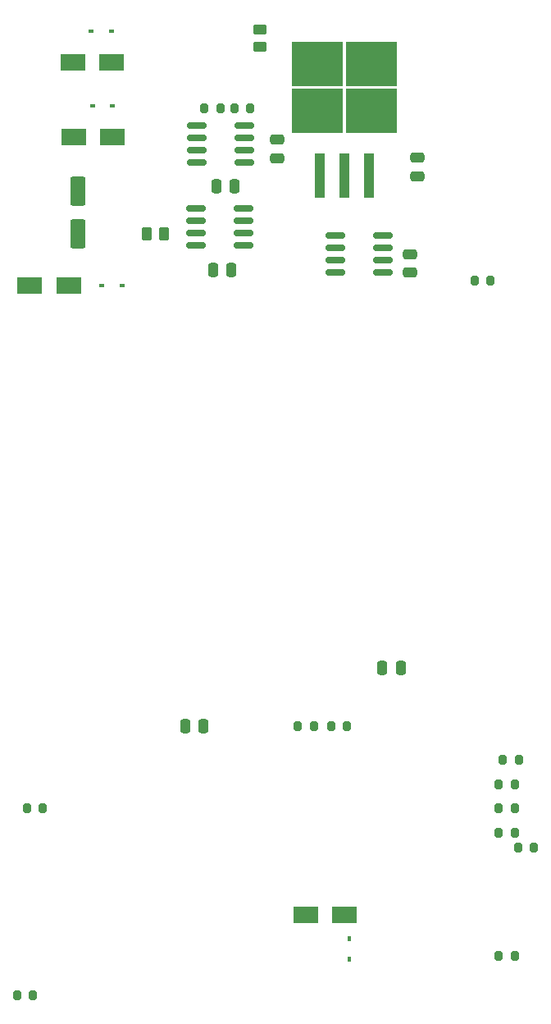
<source format=gbr>
%TF.GenerationSoftware,KiCad,Pcbnew,(6.0.7-1)-1*%
%TF.CreationDate,2022-08-23T13:11:12-05:00*%
%TF.ProjectId,NR1B-ST56,4e523142-2d53-4543-9536-2e6b69636164,rev?*%
%TF.SameCoordinates,Original*%
%TF.FileFunction,Paste,Top*%
%TF.FilePolarity,Positive*%
%FSLAX46Y46*%
G04 Gerber Fmt 4.6, Leading zero omitted, Abs format (unit mm)*
G04 Created by KiCad (PCBNEW (6.0.7-1)-1) date 2022-08-23 13:11:12*
%MOMM*%
%LPD*%
G01*
G04 APERTURE LIST*
G04 Aperture macros list*
%AMRoundRect*
0 Rectangle with rounded corners*
0 $1 Rounding radius*
0 $2 $3 $4 $5 $6 $7 $8 $9 X,Y pos of 4 corners*
0 Add a 4 corners polygon primitive as box body*
4,1,4,$2,$3,$4,$5,$6,$7,$8,$9,$2,$3,0*
0 Add four circle primitives for the rounded corners*
1,1,$1+$1,$2,$3*
1,1,$1+$1,$4,$5*
1,1,$1+$1,$6,$7*
1,1,$1+$1,$8,$9*
0 Add four rect primitives between the rounded corners*
20,1,$1+$1,$2,$3,$4,$5,0*
20,1,$1+$1,$4,$5,$6,$7,0*
20,1,$1+$1,$6,$7,$8,$9,0*
20,1,$1+$1,$8,$9,$2,$3,0*%
G04 Aperture macros list end*
%ADD10RoundRect,0.150000X-0.825000X-0.150000X0.825000X-0.150000X0.825000X0.150000X-0.825000X0.150000X0*%
%ADD11RoundRect,0.200000X-0.200000X-0.275000X0.200000X-0.275000X0.200000X0.275000X-0.200000X0.275000X0*%
%ADD12RoundRect,0.250000X-0.450000X0.262500X-0.450000X-0.262500X0.450000X-0.262500X0.450000X0.262500X0*%
%ADD13RoundRect,0.250000X0.250000X0.475000X-0.250000X0.475000X-0.250000X-0.475000X0.250000X-0.475000X0*%
%ADD14RoundRect,0.250000X-0.250000X-0.475000X0.250000X-0.475000X0.250000X0.475000X-0.250000X0.475000X0*%
%ADD15RoundRect,0.200000X0.200000X0.275000X-0.200000X0.275000X-0.200000X-0.275000X0.200000X-0.275000X0*%
%ADD16R,0.600000X0.450000*%
%ADD17R,5.250000X4.550000*%
%ADD18R,1.100000X4.600000*%
%ADD19R,2.500000X1.800000*%
%ADD20RoundRect,0.250000X0.475000X-0.250000X0.475000X0.250000X-0.475000X0.250000X-0.475000X-0.250000X0*%
%ADD21R,0.450000X0.600000*%
%ADD22RoundRect,0.250000X0.550000X-1.250000X0.550000X1.250000X-0.550000X1.250000X-0.550000X-1.250000X0*%
%ADD23RoundRect,0.250000X0.262500X0.450000X-0.262500X0.450000X-0.262500X-0.450000X0.262500X-0.450000X0*%
G04 APERTURE END LIST*
D10*
%TO.C,U3*%
X192150000Y-115060000D03*
X192150000Y-116330000D03*
X192150000Y-117600000D03*
X192150000Y-118870000D03*
X197100000Y-118870000D03*
X197100000Y-117600000D03*
X197100000Y-116330000D03*
X197100000Y-115060000D03*
%TD*%
D11*
%TO.C,R6*%
X196125000Y-104750000D03*
X197775000Y-104750000D03*
%TD*%
D12*
%TO.C,R5*%
X198750000Y-96587500D03*
X198750000Y-98412500D03*
%TD*%
D13*
%TO.C,C2*%
X192950000Y-168500000D03*
X191050000Y-168500000D03*
%TD*%
D14*
%TO.C,C1*%
X211400000Y-162500000D03*
X213300000Y-162500000D03*
%TD*%
D11*
%TO.C,R2*%
X206087500Y-168500000D03*
X207737500Y-168500000D03*
%TD*%
D10*
%TO.C,U5*%
X192225000Y-106495000D03*
X192225000Y-107765000D03*
X192225000Y-109035000D03*
X192225000Y-110305000D03*
X197175000Y-110305000D03*
X197175000Y-109035000D03*
X197175000Y-107765000D03*
X197175000Y-106495000D03*
%TD*%
D11*
%TO.C,R10*%
X223425000Y-179500000D03*
X225075000Y-179500000D03*
%TD*%
D15*
%TO.C,R13*%
X222575000Y-122500000D03*
X220925000Y-122500000D03*
%TD*%
D10*
%TO.C,U2*%
X206525000Y-117845000D03*
X206525000Y-119115000D03*
X206525000Y-120385000D03*
X206525000Y-121655000D03*
X211475000Y-121655000D03*
X211475000Y-120385000D03*
X211475000Y-119115000D03*
X211475000Y-117845000D03*
%TD*%
D16*
%TO.C,D8*%
X183400000Y-96800000D03*
X181300000Y-96800000D03*
%TD*%
D17*
%TO.C,U4*%
X204700000Y-105000000D03*
X204700000Y-100150000D03*
X210250000Y-100150000D03*
X210250000Y-105000000D03*
D18*
X204935000Y-111725000D03*
X207475000Y-111725000D03*
X210015000Y-111725000D03*
%TD*%
D19*
%TO.C,D9*%
X179500000Y-107750000D03*
X183500000Y-107750000D03*
%TD*%
D16*
%TO.C,D4*%
X182450000Y-123000000D03*
X184550000Y-123000000D03*
%TD*%
D13*
%TO.C,C8*%
X196150000Y-112800000D03*
X194250000Y-112800000D03*
%TD*%
D20*
%TO.C,C7*%
X215000000Y-111750000D03*
X215000000Y-109850000D03*
%TD*%
D21*
%TO.C,D6*%
X208000000Y-190450000D03*
X208000000Y-192550000D03*
%TD*%
D19*
%TO.C,D3*%
X179000000Y-123000000D03*
X175000000Y-123000000D03*
%TD*%
D22*
%TO.C,C5*%
X180000000Y-117700000D03*
X180000000Y-113300000D03*
%TD*%
D15*
%TO.C,R11*%
X225075000Y-174500000D03*
X223425000Y-174500000D03*
%TD*%
D19*
%TO.C,D7*%
X183450000Y-100050000D03*
X179450000Y-100050000D03*
%TD*%
D16*
%TO.C,D10*%
X181450000Y-104500000D03*
X183550000Y-104500000D03*
%TD*%
D15*
%TO.C,R9*%
X225500000Y-172000000D03*
X223850000Y-172000000D03*
%TD*%
D11*
%TO.C,R1*%
X202675000Y-168500000D03*
X204325000Y-168500000D03*
%TD*%
D19*
%TO.C,D5*%
X207500000Y-188000000D03*
X203500000Y-188000000D03*
%TD*%
D15*
%TO.C,R14*%
X175325000Y-196250000D03*
X173675000Y-196250000D03*
%TD*%
%TO.C,R7*%
X194675000Y-104750000D03*
X193025000Y-104750000D03*
%TD*%
%TO.C,R3*%
X176324999Y-177000001D03*
X174674999Y-177000001D03*
%TD*%
D13*
%TO.C,C4*%
X195800000Y-121400000D03*
X193900000Y-121400000D03*
%TD*%
D11*
%TO.C,R12*%
X223425000Y-177000000D03*
X225075000Y-177000000D03*
%TD*%
D15*
%TO.C,R15*%
X225075000Y-192250000D03*
X223425000Y-192250000D03*
%TD*%
D11*
%TO.C,R8*%
X225425000Y-181000000D03*
X227075000Y-181000000D03*
%TD*%
D23*
%TO.C,R4*%
X188862500Y-117750000D03*
X187037500Y-117750000D03*
%TD*%
D20*
%TO.C,C6*%
X200500000Y-109900000D03*
X200500000Y-108000000D03*
%TD*%
%TO.C,C3*%
X214250000Y-121700000D03*
X214250000Y-119800000D03*
%TD*%
M02*

</source>
